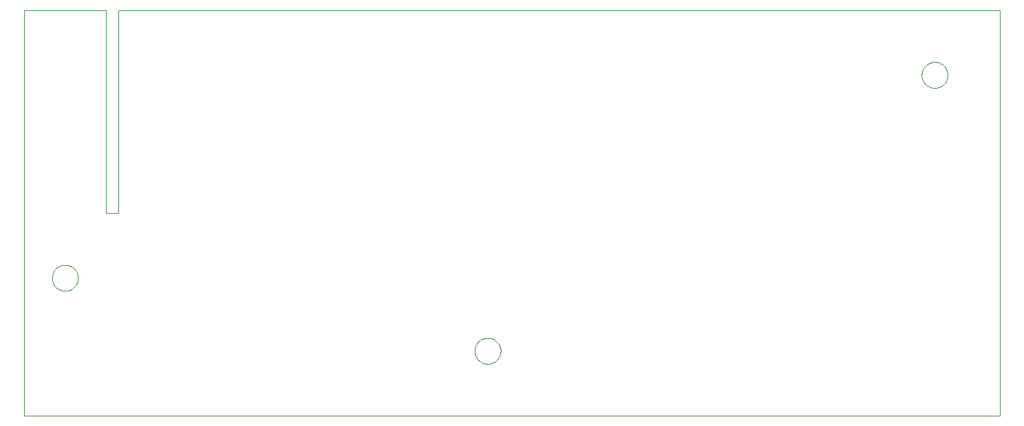
<source format=gbo>
G75*
G70*
%OFA0B0*%
%FSLAX24Y24*%
%IPPOS*%
%LPD*%
%AMOC8*
5,1,8,0,0,1.08239X$1,22.5*
%
%ADD10C,0.0000*%
D10*
X000260Y000467D02*
X000260Y020152D01*
X004197Y020152D01*
X004197Y010310D01*
X004827Y010310D01*
X004827Y020152D01*
X047504Y020152D01*
X047504Y000467D01*
X000260Y000467D01*
X001599Y007160D02*
X001601Y007210D01*
X001607Y007260D01*
X001617Y007309D01*
X001631Y007357D01*
X001648Y007404D01*
X001669Y007449D01*
X001694Y007493D01*
X001722Y007534D01*
X001754Y007573D01*
X001788Y007610D01*
X001825Y007644D01*
X001865Y007674D01*
X001907Y007701D01*
X001951Y007725D01*
X001997Y007746D01*
X002044Y007762D01*
X002092Y007775D01*
X002142Y007784D01*
X002191Y007789D01*
X002242Y007790D01*
X002292Y007787D01*
X002341Y007780D01*
X002390Y007769D01*
X002438Y007754D01*
X002484Y007736D01*
X002529Y007714D01*
X002572Y007688D01*
X002613Y007659D01*
X002652Y007627D01*
X002688Y007592D01*
X002720Y007554D01*
X002750Y007514D01*
X002777Y007471D01*
X002800Y007427D01*
X002819Y007381D01*
X002835Y007333D01*
X002847Y007284D01*
X002855Y007235D01*
X002859Y007185D01*
X002859Y007135D01*
X002855Y007085D01*
X002847Y007036D01*
X002835Y006987D01*
X002819Y006939D01*
X002800Y006893D01*
X002777Y006849D01*
X002750Y006806D01*
X002720Y006766D01*
X002688Y006728D01*
X002652Y006693D01*
X002613Y006661D01*
X002572Y006632D01*
X002529Y006606D01*
X002484Y006584D01*
X002438Y006566D01*
X002390Y006551D01*
X002341Y006540D01*
X002292Y006533D01*
X002242Y006530D01*
X002191Y006531D01*
X002142Y006536D01*
X002092Y006545D01*
X002044Y006558D01*
X001997Y006574D01*
X001951Y006595D01*
X001907Y006619D01*
X001865Y006646D01*
X001825Y006676D01*
X001788Y006710D01*
X001754Y006747D01*
X001722Y006786D01*
X001694Y006827D01*
X001669Y006871D01*
X001648Y006916D01*
X001631Y006963D01*
X001617Y007011D01*
X001607Y007060D01*
X001601Y007110D01*
X001599Y007160D01*
X022071Y003617D02*
X022073Y003667D01*
X022079Y003717D01*
X022089Y003766D01*
X022103Y003814D01*
X022120Y003861D01*
X022141Y003906D01*
X022166Y003950D01*
X022194Y003991D01*
X022226Y004030D01*
X022260Y004067D01*
X022297Y004101D01*
X022337Y004131D01*
X022379Y004158D01*
X022423Y004182D01*
X022469Y004203D01*
X022516Y004219D01*
X022564Y004232D01*
X022614Y004241D01*
X022663Y004246D01*
X022714Y004247D01*
X022764Y004244D01*
X022813Y004237D01*
X022862Y004226D01*
X022910Y004211D01*
X022956Y004193D01*
X023001Y004171D01*
X023044Y004145D01*
X023085Y004116D01*
X023124Y004084D01*
X023160Y004049D01*
X023192Y004011D01*
X023222Y003971D01*
X023249Y003928D01*
X023272Y003884D01*
X023291Y003838D01*
X023307Y003790D01*
X023319Y003741D01*
X023327Y003692D01*
X023331Y003642D01*
X023331Y003592D01*
X023327Y003542D01*
X023319Y003493D01*
X023307Y003444D01*
X023291Y003396D01*
X023272Y003350D01*
X023249Y003306D01*
X023222Y003263D01*
X023192Y003223D01*
X023160Y003185D01*
X023124Y003150D01*
X023085Y003118D01*
X023044Y003089D01*
X023001Y003063D01*
X022956Y003041D01*
X022910Y003023D01*
X022862Y003008D01*
X022813Y002997D01*
X022764Y002990D01*
X022714Y002987D01*
X022663Y002988D01*
X022614Y002993D01*
X022564Y003002D01*
X022516Y003015D01*
X022469Y003031D01*
X022423Y003052D01*
X022379Y003076D01*
X022337Y003103D01*
X022297Y003133D01*
X022260Y003167D01*
X022226Y003204D01*
X022194Y003243D01*
X022166Y003284D01*
X022141Y003328D01*
X022120Y003373D01*
X022103Y003420D01*
X022089Y003468D01*
X022079Y003517D01*
X022073Y003567D01*
X022071Y003617D01*
X043724Y017003D02*
X043726Y017053D01*
X043732Y017103D01*
X043742Y017152D01*
X043756Y017200D01*
X043773Y017247D01*
X043794Y017292D01*
X043819Y017336D01*
X043847Y017377D01*
X043879Y017416D01*
X043913Y017453D01*
X043950Y017487D01*
X043990Y017517D01*
X044032Y017544D01*
X044076Y017568D01*
X044122Y017589D01*
X044169Y017605D01*
X044217Y017618D01*
X044267Y017627D01*
X044316Y017632D01*
X044367Y017633D01*
X044417Y017630D01*
X044466Y017623D01*
X044515Y017612D01*
X044563Y017597D01*
X044609Y017579D01*
X044654Y017557D01*
X044697Y017531D01*
X044738Y017502D01*
X044777Y017470D01*
X044813Y017435D01*
X044845Y017397D01*
X044875Y017357D01*
X044902Y017314D01*
X044925Y017270D01*
X044944Y017224D01*
X044960Y017176D01*
X044972Y017127D01*
X044980Y017078D01*
X044984Y017028D01*
X044984Y016978D01*
X044980Y016928D01*
X044972Y016879D01*
X044960Y016830D01*
X044944Y016782D01*
X044925Y016736D01*
X044902Y016692D01*
X044875Y016649D01*
X044845Y016609D01*
X044813Y016571D01*
X044777Y016536D01*
X044738Y016504D01*
X044697Y016475D01*
X044654Y016449D01*
X044609Y016427D01*
X044563Y016409D01*
X044515Y016394D01*
X044466Y016383D01*
X044417Y016376D01*
X044367Y016373D01*
X044316Y016374D01*
X044267Y016379D01*
X044217Y016388D01*
X044169Y016401D01*
X044122Y016417D01*
X044076Y016438D01*
X044032Y016462D01*
X043990Y016489D01*
X043950Y016519D01*
X043913Y016553D01*
X043879Y016590D01*
X043847Y016629D01*
X043819Y016670D01*
X043794Y016714D01*
X043773Y016759D01*
X043756Y016806D01*
X043742Y016854D01*
X043732Y016903D01*
X043726Y016953D01*
X043724Y017003D01*
M02*

</source>
